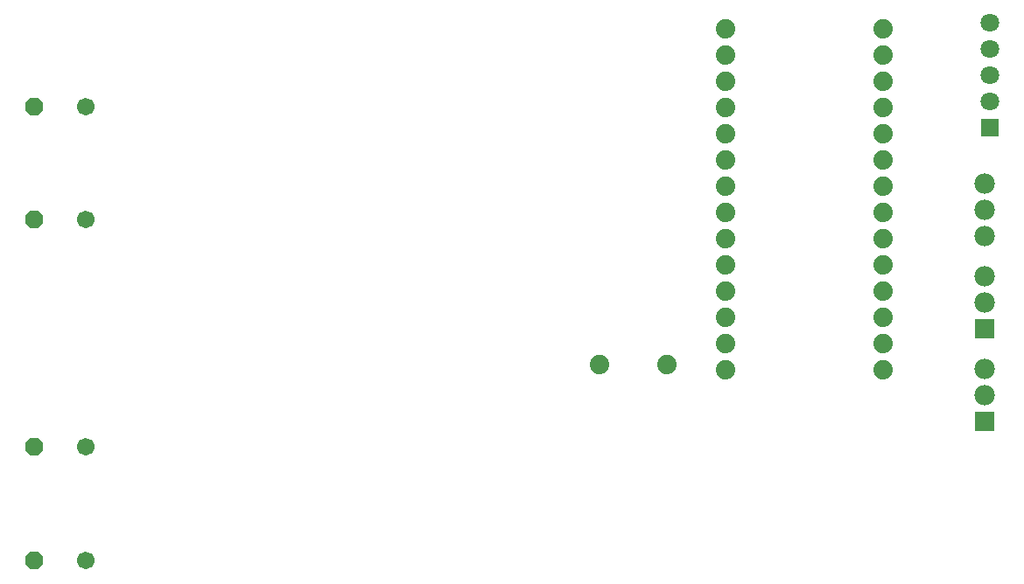
<source format=gbs>
G75*
%MOIN*%
%OFA0B0*%
%FSLAX25Y25*%
%IPPOS*%
%LPD*%
%AMOC8*
5,1,8,0,0,1.08239X$1,22.5*
%
%ADD10OC8,0.06700*%
%ADD11C,0.06700*%
%ADD12C,0.07400*%
%ADD13R,0.07093X0.07093*%
%ADD14C,0.07093*%
%ADD15R,0.07800X0.07800*%
%ADD16C,0.07800*%
D10*
X0056618Y0099925D03*
X0056618Y0143232D03*
X0056618Y0229846D03*
X0056618Y0273154D03*
D11*
X0076303Y0273154D03*
X0076303Y0229846D03*
X0076303Y0143232D03*
X0076303Y0099925D03*
D12*
X0272169Y0174728D03*
X0297760Y0174728D03*
X0319925Y0172799D03*
X0319925Y0182799D03*
X0319925Y0192799D03*
X0319925Y0202799D03*
X0319925Y0212799D03*
X0319925Y0222799D03*
X0319925Y0232799D03*
X0319925Y0242799D03*
X0319925Y0252799D03*
X0319925Y0262799D03*
X0319925Y0272799D03*
X0319925Y0282799D03*
X0319925Y0292799D03*
X0319925Y0302799D03*
X0379925Y0302799D03*
X0379925Y0292799D03*
X0379925Y0282799D03*
X0379925Y0272799D03*
X0379925Y0262799D03*
X0379925Y0252799D03*
X0379925Y0242799D03*
X0379925Y0232799D03*
X0379925Y0222799D03*
X0379925Y0212799D03*
X0379925Y0202799D03*
X0379925Y0192799D03*
X0379925Y0182799D03*
X0379925Y0172799D03*
D13*
X0420791Y0264965D03*
D14*
X0420791Y0274965D03*
X0420791Y0284965D03*
X0420791Y0294965D03*
X0420791Y0304965D03*
D15*
X0418823Y0188350D03*
X0418823Y0152917D03*
D16*
X0418823Y0162917D03*
X0418823Y0172917D03*
X0418823Y0198350D03*
X0418823Y0208350D03*
X0418823Y0223783D03*
X0418823Y0233783D03*
X0418823Y0243783D03*
M02*

</source>
